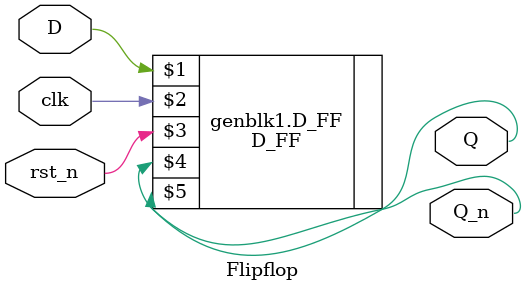
<source format=v>
module Flipflop #(parameter FF_TYPE="DFF") 
    (
    input D, clk, rst_n,
	output Q, Q_n
	);

	generate
		if(FF_TYPE=="TFF")
		  T_FF T_FF (D, clk, rst_n, Q, Q_n) ;
		else
		  D_FF D_FF (D, clk, rst_n, Q, Q_n) ;  
		
	endgenerate
endmodule


</source>
